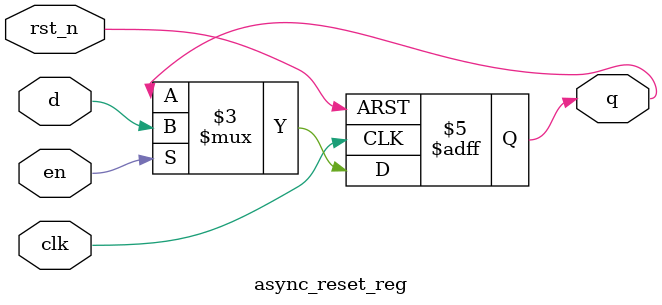
<source format=sv>
module clk_gate_async_rst #(parameter INIT=0) (
    input clk, rst_n, en,
    output reg q
);
    // 内部流水线寄存器
    wire en_stage1, en_stage2;
    wire toggle_stage1, toggle_stage2, toggle_stage3;
    
    // 创建流水线寄存器实例
    async_reset_reg #(.INIT(1'b0)) en_reg1 (
        .clk(clk),
        .rst_n(rst_n),
        .d(en),
        .en(1'b1),
        .q(en_stage1)
    );
    
    async_reset_reg #(.INIT(1'b0)) en_reg2 (
        .clk(clk),
        .rst_n(rst_n),
        .d(en_stage1),
        .en(1'b1),
        .q(en_stage2)
    );
    
    async_reset_reg #(.INIT(1'b0)) toggle_reg1 (
        .clk(clk),
        .rst_n(rst_n),
        .d(en_stage2),
        .en(1'b1),
        .q(toggle_stage1)
    );
    
    async_reset_reg #(.INIT(1'b0)) toggle_reg2 (
        .clk(clk),
        .rst_n(rst_n),
        .d(toggle_stage1 ? ~q : 1'b0),
        .en(1'b1),
        .q(toggle_stage2)
    );
    
    async_reset_reg #(.INIT(1'b0)) toggle_reg3 (
        .clk(clk),
        .rst_n(rst_n),
        .d(toggle_stage1 ? 1'b1 : 1'b0),
        .en(1'b1),
        .q(toggle_stage3)
    );
    
    // 流水线输出级：使用带使能的寄存器
    async_reset_reg #(.INIT(INIT)) q_reg (
        .clk(clk),
        .rst_n(rst_n),
        .d(toggle_stage2 ? 1'b1 : 1'b0),
        .en(toggle_stage3),
        .q(q)
    );
endmodule

// 可复用的异步复位寄存器模块
module async_reset_reg #(
    parameter INIT = 1'b0
)(
    input clk,
    input rst_n,
    input d,
    input en,
    output reg q
);
    always @(posedge clk or negedge rst_n) begin
        if (!rst_n) begin
            q <= INIT;
        end else if (en) begin
            q <= d;
        end
    end
endmodule
</source>
